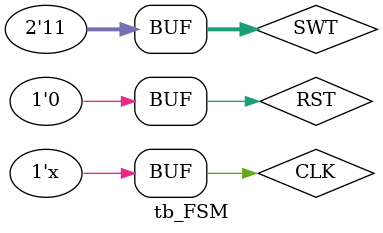
<source format=v>
`timescale 1ns / 1ps


module tb_FSM();

    parameter CLK_PERIOD = 10; // Clock period in ns

    reg RST, CLK;
    reg [1:0] SWT;
    wire [1:0] LED;

    FSM uut(
        .RST(RST),
        .CLK(CLK),
        .SWT(SWT),
        .LED(LED)
    );

    initial CLK = 1'b0;

    always #(CLK_PERIOD / 2) CLK = ~CLK; // Generate clock signal

    initial begin
        CLK = 1'b0;
        RST = 1'b0;
        SWT = 2'b00;

        #(CLK_PERIOD*10);   SWT = 2'b00; // Initial state, no switch pressed
        #(CLK_PERIOD*10);   SWT = 2'b01; // Press switch to go to state A
        #(CLK_PERIOD*10);   SWT = 2'b10; // Press switch to go to state B
        #(CLK_PERIOD*10);   SWT = 2'b11; // Press switch to go to state C
    end

endmodule

</source>
